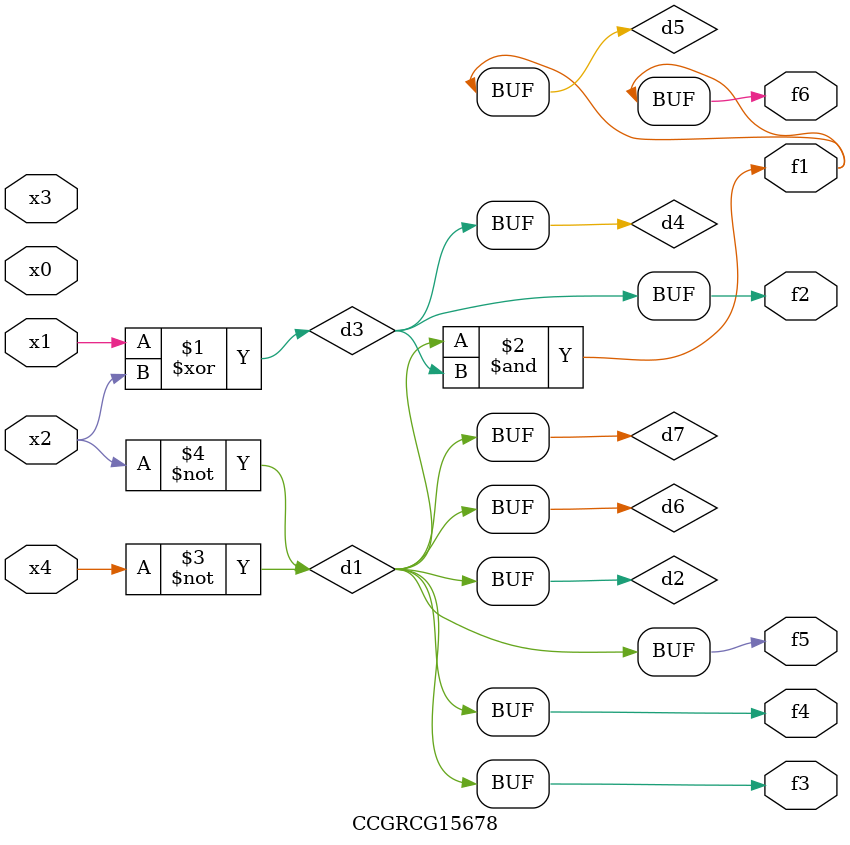
<source format=v>
module CCGRCG15678(
	input x0, x1, x2, x3, x4,
	output f1, f2, f3, f4, f5, f6
);

	wire d1, d2, d3, d4, d5, d6, d7;

	not (d1, x4);
	not (d2, x2);
	xor (d3, x1, x2);
	buf (d4, d3);
	and (d5, d1, d3);
	buf (d6, d1, d2);
	buf (d7, d2);
	assign f1 = d5;
	assign f2 = d4;
	assign f3 = d7;
	assign f4 = d7;
	assign f5 = d7;
	assign f6 = d5;
endmodule

</source>
